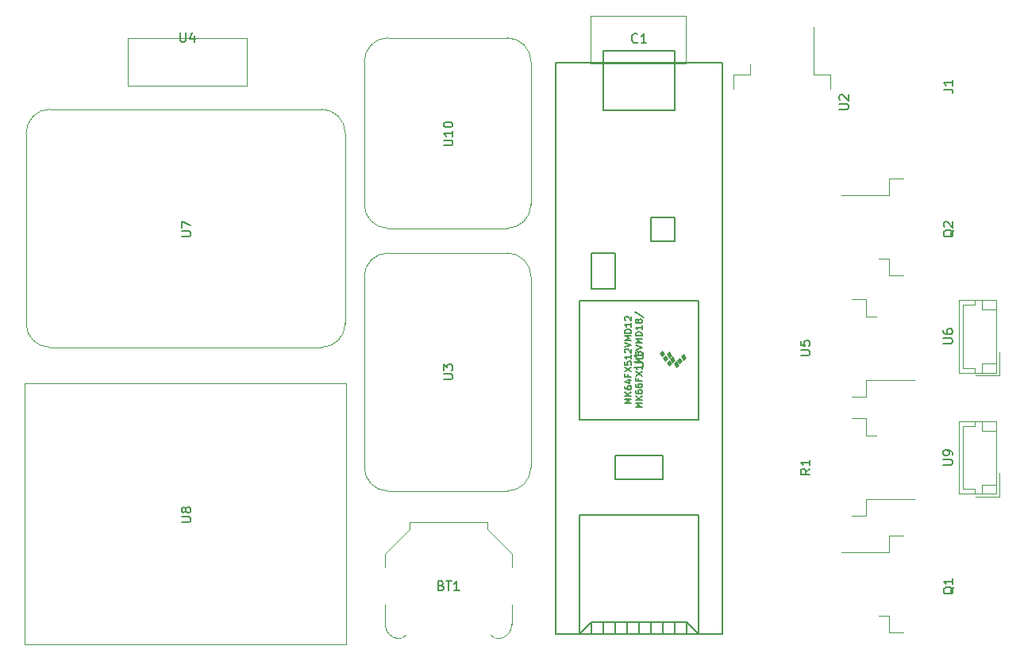
<source format=gbr>
%TF.GenerationSoftware,KiCad,Pcbnew,(6.0.5)*%
%TF.CreationDate,2023-01-08T16:18:02-05:00*%
%TF.ProjectId,GHOUL2,47484f55-4c32-42e6-9b69-6361645f7063,rev?*%
%TF.SameCoordinates,Original*%
%TF.FileFunction,Legend,Top*%
%TF.FilePolarity,Positive*%
%FSLAX46Y46*%
G04 Gerber Fmt 4.6, Leading zero omitted, Abs format (unit mm)*
G04 Created by KiCad (PCBNEW (6.0.5)) date 2023-01-08 16:18:02*
%MOMM*%
%LPD*%
G01*
G04 APERTURE LIST*
%ADD10C,0.150000*%
%ADD11C,0.120000*%
%ADD12C,0.100000*%
G04 APERTURE END LIST*
D10*
%TO.C,U10*%
X139152380Y-82518095D02*
X139961904Y-82518095D01*
X140057142Y-82470476D01*
X140104761Y-82422857D01*
X140152380Y-82327619D01*
X140152380Y-82137142D01*
X140104761Y-82041904D01*
X140057142Y-81994285D01*
X139961904Y-81946666D01*
X139152380Y-81946666D01*
X140152380Y-80946666D02*
X140152380Y-81518095D01*
X140152380Y-81232380D02*
X139152380Y-81232380D01*
X139295238Y-81327619D01*
X139390476Y-81422857D01*
X139438095Y-81518095D01*
X139152380Y-80327619D02*
X139152380Y-80232380D01*
X139200000Y-80137142D01*
X139247619Y-80089523D01*
X139342857Y-80041904D01*
X139533333Y-79994285D01*
X139771428Y-79994285D01*
X139961904Y-80041904D01*
X140057142Y-80089523D01*
X140104761Y-80137142D01*
X140152380Y-80232380D01*
X140152380Y-80327619D01*
X140104761Y-80422857D01*
X140057142Y-80470476D01*
X139961904Y-80518095D01*
X139771428Y-80565714D01*
X139533333Y-80565714D01*
X139342857Y-80518095D01*
X139247619Y-80470476D01*
X139200000Y-80422857D01*
X139152380Y-80327619D01*
%TO.C,U1*%
X159472380Y-106171904D02*
X160281904Y-106171904D01*
X160377142Y-106124285D01*
X160424761Y-106076666D01*
X160472380Y-105981428D01*
X160472380Y-105790952D01*
X160424761Y-105695714D01*
X160377142Y-105648095D01*
X160281904Y-105600476D01*
X159472380Y-105600476D01*
X160472380Y-104600476D02*
X160472380Y-105171904D01*
X160472380Y-104886190D02*
X159472380Y-104886190D01*
X159615238Y-104981428D01*
X159710476Y-105076666D01*
X159758095Y-105171904D01*
X159193666Y-110010000D02*
X158493666Y-110010000D01*
X158993666Y-109776666D01*
X158493666Y-109543333D01*
X159193666Y-109543333D01*
X159193666Y-109210000D02*
X158493666Y-109210000D01*
X159193666Y-108810000D02*
X158793666Y-109110000D01*
X158493666Y-108810000D02*
X158893666Y-109210000D01*
X158493666Y-108210000D02*
X158493666Y-108343333D01*
X158527000Y-108410000D01*
X158560333Y-108443333D01*
X158660333Y-108510000D01*
X158793666Y-108543333D01*
X159060333Y-108543333D01*
X159127000Y-108510000D01*
X159160333Y-108476666D01*
X159193666Y-108410000D01*
X159193666Y-108276666D01*
X159160333Y-108210000D01*
X159127000Y-108176666D01*
X159060333Y-108143333D01*
X158893666Y-108143333D01*
X158827000Y-108176666D01*
X158793666Y-108210000D01*
X158760333Y-108276666D01*
X158760333Y-108410000D01*
X158793666Y-108476666D01*
X158827000Y-108510000D01*
X158893666Y-108543333D01*
X158727000Y-107543333D02*
X159193666Y-107543333D01*
X158460333Y-107710000D02*
X158960333Y-107876666D01*
X158960333Y-107443333D01*
X158827000Y-106943333D02*
X158827000Y-107176666D01*
X159193666Y-107176666D02*
X158493666Y-107176666D01*
X158493666Y-106843333D01*
X158493666Y-106643333D02*
X159193666Y-106176666D01*
X158493666Y-106176666D02*
X159193666Y-106643333D01*
X158493666Y-105576666D02*
X158493666Y-105910000D01*
X158827000Y-105943333D01*
X158793666Y-105910000D01*
X158760333Y-105843333D01*
X158760333Y-105676666D01*
X158793666Y-105610000D01*
X158827000Y-105576666D01*
X158893666Y-105543333D01*
X159060333Y-105543333D01*
X159127000Y-105576666D01*
X159160333Y-105610000D01*
X159193666Y-105676666D01*
X159193666Y-105843333D01*
X159160333Y-105910000D01*
X159127000Y-105943333D01*
X159193666Y-104876666D02*
X159193666Y-105276666D01*
X159193666Y-105076666D02*
X158493666Y-105076666D01*
X158593666Y-105143333D01*
X158660333Y-105210000D01*
X158693666Y-105276666D01*
X158560333Y-104610000D02*
X158527000Y-104576666D01*
X158493666Y-104510000D01*
X158493666Y-104343333D01*
X158527000Y-104276666D01*
X158560333Y-104243333D01*
X158627000Y-104210000D01*
X158693666Y-104210000D01*
X158793666Y-104243333D01*
X159193666Y-104643333D01*
X159193666Y-104210000D01*
X158493666Y-104010000D02*
X159193666Y-103776666D01*
X158493666Y-103543333D01*
X159193666Y-103310000D02*
X158493666Y-103310000D01*
X158993666Y-103076666D01*
X158493666Y-102843333D01*
X159193666Y-102843333D01*
X159193666Y-102510000D02*
X158493666Y-102510000D01*
X158493666Y-102343333D01*
X158527000Y-102243333D01*
X158593666Y-102176666D01*
X158660333Y-102143333D01*
X158793666Y-102110000D01*
X158893666Y-102110000D01*
X159027000Y-102143333D01*
X159093666Y-102176666D01*
X159160333Y-102243333D01*
X159193666Y-102343333D01*
X159193666Y-102510000D01*
X159193666Y-101443333D02*
X159193666Y-101843333D01*
X159193666Y-101643333D02*
X158493666Y-101643333D01*
X158593666Y-101710000D01*
X158660333Y-101776666D01*
X158693666Y-101843333D01*
X158560333Y-101176666D02*
X158527000Y-101143333D01*
X158493666Y-101076666D01*
X158493666Y-100910000D01*
X158527000Y-100843333D01*
X158560333Y-100810000D01*
X158627000Y-100776666D01*
X158693666Y-100776666D01*
X158793666Y-100810000D01*
X159193666Y-101210000D01*
X159193666Y-100776666D01*
X160336666Y-110460000D02*
X159636666Y-110460000D01*
X160136666Y-110226666D01*
X159636666Y-109993333D01*
X160336666Y-109993333D01*
X160336666Y-109660000D02*
X159636666Y-109660000D01*
X160336666Y-109260000D02*
X159936666Y-109560000D01*
X159636666Y-109260000D02*
X160036666Y-109660000D01*
X159636666Y-108660000D02*
X159636666Y-108793333D01*
X159670000Y-108860000D01*
X159703333Y-108893333D01*
X159803333Y-108960000D01*
X159936666Y-108993333D01*
X160203333Y-108993333D01*
X160270000Y-108960000D01*
X160303333Y-108926666D01*
X160336666Y-108860000D01*
X160336666Y-108726666D01*
X160303333Y-108660000D01*
X160270000Y-108626666D01*
X160203333Y-108593333D01*
X160036666Y-108593333D01*
X159970000Y-108626666D01*
X159936666Y-108660000D01*
X159903333Y-108726666D01*
X159903333Y-108860000D01*
X159936666Y-108926666D01*
X159970000Y-108960000D01*
X160036666Y-108993333D01*
X159636666Y-107993333D02*
X159636666Y-108126666D01*
X159670000Y-108193333D01*
X159703333Y-108226666D01*
X159803333Y-108293333D01*
X159936666Y-108326666D01*
X160203333Y-108326666D01*
X160270000Y-108293333D01*
X160303333Y-108260000D01*
X160336666Y-108193333D01*
X160336666Y-108060000D01*
X160303333Y-107993333D01*
X160270000Y-107960000D01*
X160203333Y-107926666D01*
X160036666Y-107926666D01*
X159970000Y-107960000D01*
X159936666Y-107993333D01*
X159903333Y-108060000D01*
X159903333Y-108193333D01*
X159936666Y-108260000D01*
X159970000Y-108293333D01*
X160036666Y-108326666D01*
X159970000Y-107393333D02*
X159970000Y-107626666D01*
X160336666Y-107626666D02*
X159636666Y-107626666D01*
X159636666Y-107293333D01*
X159636666Y-107093333D02*
X160336666Y-106626666D01*
X159636666Y-106626666D02*
X160336666Y-107093333D01*
X160336666Y-105993333D02*
X160336666Y-106393333D01*
X160336666Y-106193333D02*
X159636666Y-106193333D01*
X159736666Y-106260000D01*
X159803333Y-106326666D01*
X159836666Y-106393333D01*
X160336666Y-105693333D02*
X159636666Y-105693333D01*
X160136666Y-105460000D01*
X159636666Y-105226666D01*
X160336666Y-105226666D01*
X159970000Y-104660000D02*
X160003333Y-104560000D01*
X160036666Y-104526666D01*
X160103333Y-104493333D01*
X160203333Y-104493333D01*
X160270000Y-104526666D01*
X160303333Y-104560000D01*
X160336666Y-104626666D01*
X160336666Y-104893333D01*
X159636666Y-104893333D01*
X159636666Y-104660000D01*
X159670000Y-104593333D01*
X159703333Y-104560000D01*
X159770000Y-104526666D01*
X159836666Y-104526666D01*
X159903333Y-104560000D01*
X159936666Y-104593333D01*
X159970000Y-104660000D01*
X159970000Y-104893333D01*
X159636666Y-104293333D02*
X160336666Y-104060000D01*
X159636666Y-103826666D01*
X160336666Y-103593333D02*
X159636666Y-103593333D01*
X160136666Y-103360000D01*
X159636666Y-103126666D01*
X160336666Y-103126666D01*
X160336666Y-102793333D02*
X159636666Y-102793333D01*
X159636666Y-102626666D01*
X159670000Y-102526666D01*
X159736666Y-102460000D01*
X159803333Y-102426666D01*
X159936666Y-102393333D01*
X160036666Y-102393333D01*
X160170000Y-102426666D01*
X160236666Y-102460000D01*
X160303333Y-102526666D01*
X160336666Y-102626666D01*
X160336666Y-102793333D01*
X160336666Y-101726666D02*
X160336666Y-102126666D01*
X160336666Y-101926666D02*
X159636666Y-101926666D01*
X159736666Y-101993333D01*
X159803333Y-102060000D01*
X159836666Y-102126666D01*
X159936666Y-101326666D02*
X159903333Y-101393333D01*
X159870000Y-101426666D01*
X159803333Y-101460000D01*
X159770000Y-101460000D01*
X159703333Y-101426666D01*
X159670000Y-101393333D01*
X159636666Y-101326666D01*
X159636666Y-101193333D01*
X159670000Y-101126666D01*
X159703333Y-101093333D01*
X159770000Y-101060000D01*
X159803333Y-101060000D01*
X159870000Y-101093333D01*
X159903333Y-101126666D01*
X159936666Y-101193333D01*
X159936666Y-101326666D01*
X159970000Y-101393333D01*
X160003333Y-101426666D01*
X160070000Y-101460000D01*
X160203333Y-101460000D01*
X160270000Y-101426666D01*
X160303333Y-101393333D01*
X160336666Y-101326666D01*
X160336666Y-101193333D01*
X160303333Y-101126666D01*
X160270000Y-101093333D01*
X160203333Y-101060000D01*
X160070000Y-101060000D01*
X160003333Y-101093333D01*
X159970000Y-101126666D01*
X159936666Y-101193333D01*
X159603333Y-100260000D02*
X160503333Y-100860000D01*
%TO.C,Q1*%
X193587619Y-129635238D02*
X193540000Y-129730476D01*
X193444761Y-129825714D01*
X193301904Y-129968571D01*
X193254285Y-130063809D01*
X193254285Y-130159047D01*
X193492380Y-130111428D02*
X193444761Y-130206666D01*
X193349523Y-130301904D01*
X193159047Y-130349523D01*
X192825714Y-130349523D01*
X192635238Y-130301904D01*
X192540000Y-130206666D01*
X192492380Y-130111428D01*
X192492380Y-129920952D01*
X192540000Y-129825714D01*
X192635238Y-129730476D01*
X192825714Y-129682857D01*
X193159047Y-129682857D01*
X193349523Y-129730476D01*
X193444761Y-129825714D01*
X193492380Y-129920952D01*
X193492380Y-130111428D01*
X193492380Y-128730476D02*
X193492380Y-129301904D01*
X193492380Y-129016190D02*
X192492380Y-129016190D01*
X192635238Y-129111428D01*
X192730476Y-129206666D01*
X192778095Y-129301904D01*
%TO.C,U3*%
X139152380Y-107441904D02*
X139961904Y-107441904D01*
X140057142Y-107394285D01*
X140104761Y-107346666D01*
X140152380Y-107251428D01*
X140152380Y-107060952D01*
X140104761Y-106965714D01*
X140057142Y-106918095D01*
X139961904Y-106870476D01*
X139152380Y-106870476D01*
X139152380Y-106489523D02*
X139152380Y-105870476D01*
X139533333Y-106203809D01*
X139533333Y-106060952D01*
X139580952Y-105965714D01*
X139628571Y-105918095D01*
X139723809Y-105870476D01*
X139961904Y-105870476D01*
X140057142Y-105918095D01*
X140104761Y-105965714D01*
X140152380Y-106060952D01*
X140152380Y-106346666D01*
X140104761Y-106441904D01*
X140057142Y-106489523D01*
%TO.C,C1*%
X159853333Y-71477142D02*
X159805714Y-71524761D01*
X159662857Y-71572380D01*
X159567619Y-71572380D01*
X159424761Y-71524761D01*
X159329523Y-71429523D01*
X159281904Y-71334285D01*
X159234285Y-71143809D01*
X159234285Y-71000952D01*
X159281904Y-70810476D01*
X159329523Y-70715238D01*
X159424761Y-70620000D01*
X159567619Y-70572380D01*
X159662857Y-70572380D01*
X159805714Y-70620000D01*
X159853333Y-70667619D01*
X160805714Y-71572380D02*
X160234285Y-71572380D01*
X160520000Y-71572380D02*
X160520000Y-70572380D01*
X160424761Y-70715238D01*
X160329523Y-70810476D01*
X160234285Y-70858095D01*
%TO.C,U2*%
X181362380Y-78666904D02*
X182171904Y-78666904D01*
X182267142Y-78619285D01*
X182314761Y-78571666D01*
X182362380Y-78476428D01*
X182362380Y-78285952D01*
X182314761Y-78190714D01*
X182267142Y-78143095D01*
X182171904Y-78095476D01*
X181362380Y-78095476D01*
X181457619Y-77666904D02*
X181410000Y-77619285D01*
X181362380Y-77524047D01*
X181362380Y-77285952D01*
X181410000Y-77190714D01*
X181457619Y-77143095D01*
X181552857Y-77095476D01*
X181648095Y-77095476D01*
X181790952Y-77143095D01*
X182362380Y-77714523D01*
X182362380Y-77095476D01*
%TO.C,U4*%
X111093095Y-70477380D02*
X111093095Y-71286904D01*
X111140714Y-71382142D01*
X111188333Y-71429761D01*
X111283571Y-71477380D01*
X111474047Y-71477380D01*
X111569285Y-71429761D01*
X111616904Y-71382142D01*
X111664523Y-71286904D01*
X111664523Y-70477380D01*
X112569285Y-70810714D02*
X112569285Y-71477380D01*
X112331190Y-70429761D02*
X112093095Y-71144047D01*
X112712142Y-71144047D01*
%TO.C,U6*%
X192462380Y-103651904D02*
X193271904Y-103651904D01*
X193367142Y-103604285D01*
X193414761Y-103556666D01*
X193462380Y-103461428D01*
X193462380Y-103270952D01*
X193414761Y-103175714D01*
X193367142Y-103128095D01*
X193271904Y-103080476D01*
X192462380Y-103080476D01*
X192462380Y-102175714D02*
X192462380Y-102366190D01*
X192510000Y-102461428D01*
X192557619Y-102509047D01*
X192700476Y-102604285D01*
X192890952Y-102651904D01*
X193271904Y-102651904D01*
X193367142Y-102604285D01*
X193414761Y-102556666D01*
X193462380Y-102461428D01*
X193462380Y-102270952D01*
X193414761Y-102175714D01*
X193367142Y-102128095D01*
X193271904Y-102080476D01*
X193033809Y-102080476D01*
X192938571Y-102128095D01*
X192890952Y-102175714D01*
X192843333Y-102270952D01*
X192843333Y-102461428D01*
X192890952Y-102556666D01*
X192938571Y-102604285D01*
X193033809Y-102651904D01*
%TO.C,BT1*%
X138914285Y-129468571D02*
X139057142Y-129516190D01*
X139104761Y-129563809D01*
X139152380Y-129659047D01*
X139152380Y-129801904D01*
X139104761Y-129897142D01*
X139057142Y-129944761D01*
X138961904Y-129992380D01*
X138580952Y-129992380D01*
X138580952Y-128992380D01*
X138914285Y-128992380D01*
X139009523Y-129040000D01*
X139057142Y-129087619D01*
X139104761Y-129182857D01*
X139104761Y-129278095D01*
X139057142Y-129373333D01*
X139009523Y-129420952D01*
X138914285Y-129468571D01*
X138580952Y-129468571D01*
X139438095Y-128992380D02*
X140009523Y-128992380D01*
X139723809Y-129992380D02*
X139723809Y-128992380D01*
X140866666Y-129992380D02*
X140295238Y-129992380D01*
X140580952Y-129992380D02*
X140580952Y-128992380D01*
X140485714Y-129135238D01*
X140390476Y-129230476D01*
X140295238Y-129278095D01*
%TO.C,U8*%
X111212380Y-122681904D02*
X112021904Y-122681904D01*
X112117142Y-122634285D01*
X112164761Y-122586666D01*
X112212380Y-122491428D01*
X112212380Y-122300952D01*
X112164761Y-122205714D01*
X112117142Y-122158095D01*
X112021904Y-122110476D01*
X111212380Y-122110476D01*
X111640952Y-121491428D02*
X111593333Y-121586666D01*
X111545714Y-121634285D01*
X111450476Y-121681904D01*
X111402857Y-121681904D01*
X111307619Y-121634285D01*
X111260000Y-121586666D01*
X111212380Y-121491428D01*
X111212380Y-121300952D01*
X111260000Y-121205714D01*
X111307619Y-121158095D01*
X111402857Y-121110476D01*
X111450476Y-121110476D01*
X111545714Y-121158095D01*
X111593333Y-121205714D01*
X111640952Y-121300952D01*
X111640952Y-121491428D01*
X111688571Y-121586666D01*
X111736190Y-121634285D01*
X111831428Y-121681904D01*
X112021904Y-121681904D01*
X112117142Y-121634285D01*
X112164761Y-121586666D01*
X112212380Y-121491428D01*
X112212380Y-121300952D01*
X112164761Y-121205714D01*
X112117142Y-121158095D01*
X112021904Y-121110476D01*
X111831428Y-121110476D01*
X111736190Y-121158095D01*
X111688571Y-121205714D01*
X111640952Y-121300952D01*
%TO.C,U7*%
X111212380Y-92201904D02*
X112021904Y-92201904D01*
X112117142Y-92154285D01*
X112164761Y-92106666D01*
X112212380Y-92011428D01*
X112212380Y-91820952D01*
X112164761Y-91725714D01*
X112117142Y-91678095D01*
X112021904Y-91630476D01*
X111212380Y-91630476D01*
X111212380Y-91249523D02*
X111212380Y-90582857D01*
X112212380Y-91011428D01*
%TO.C,R1*%
X178252380Y-117006666D02*
X177776190Y-117340000D01*
X178252380Y-117578095D02*
X177252380Y-117578095D01*
X177252380Y-117197142D01*
X177300000Y-117101904D01*
X177347619Y-117054285D01*
X177442857Y-117006666D01*
X177585714Y-117006666D01*
X177680952Y-117054285D01*
X177728571Y-117101904D01*
X177776190Y-117197142D01*
X177776190Y-117578095D01*
X178252380Y-116054285D02*
X178252380Y-116625714D01*
X178252380Y-116340000D02*
X177252380Y-116340000D01*
X177395238Y-116435238D01*
X177490476Y-116530476D01*
X177538095Y-116625714D01*
%TO.C,Q2*%
X193587619Y-91535238D02*
X193540000Y-91630476D01*
X193444761Y-91725714D01*
X193301904Y-91868571D01*
X193254285Y-91963809D01*
X193254285Y-92059047D01*
X193492380Y-92011428D02*
X193444761Y-92106666D01*
X193349523Y-92201904D01*
X193159047Y-92249523D01*
X192825714Y-92249523D01*
X192635238Y-92201904D01*
X192540000Y-92106666D01*
X192492380Y-92011428D01*
X192492380Y-91820952D01*
X192540000Y-91725714D01*
X192635238Y-91630476D01*
X192825714Y-91582857D01*
X193159047Y-91582857D01*
X193349523Y-91630476D01*
X193444761Y-91725714D01*
X193492380Y-91820952D01*
X193492380Y-92011428D01*
X192587619Y-91201904D02*
X192540000Y-91154285D01*
X192492380Y-91059047D01*
X192492380Y-90820952D01*
X192540000Y-90725714D01*
X192587619Y-90678095D01*
X192682857Y-90630476D01*
X192778095Y-90630476D01*
X192920952Y-90678095D01*
X193492380Y-91249523D01*
X193492380Y-90630476D01*
%TO.C,U5*%
X177252380Y-104901904D02*
X178061904Y-104901904D01*
X178157142Y-104854285D01*
X178204761Y-104806666D01*
X178252380Y-104711428D01*
X178252380Y-104520952D01*
X178204761Y-104425714D01*
X178157142Y-104378095D01*
X178061904Y-104330476D01*
X177252380Y-104330476D01*
X177252380Y-103378095D02*
X177252380Y-103854285D01*
X177728571Y-103901904D01*
X177680952Y-103854285D01*
X177633333Y-103759047D01*
X177633333Y-103520952D01*
X177680952Y-103425714D01*
X177728571Y-103378095D01*
X177823809Y-103330476D01*
X178061904Y-103330476D01*
X178157142Y-103378095D01*
X178204761Y-103425714D01*
X178252380Y-103520952D01*
X178252380Y-103759047D01*
X178204761Y-103854285D01*
X178157142Y-103901904D01*
%TO.C,U9*%
X192462380Y-116586904D02*
X193271904Y-116586904D01*
X193367142Y-116539285D01*
X193414761Y-116491666D01*
X193462380Y-116396428D01*
X193462380Y-116205952D01*
X193414761Y-116110714D01*
X193367142Y-116063095D01*
X193271904Y-116015476D01*
X192462380Y-116015476D01*
X193462380Y-115491666D02*
X193462380Y-115301190D01*
X193414761Y-115205952D01*
X193367142Y-115158333D01*
X193224285Y-115063095D01*
X193033809Y-115015476D01*
X192652857Y-115015476D01*
X192557619Y-115063095D01*
X192510000Y-115110714D01*
X192462380Y-115205952D01*
X192462380Y-115396428D01*
X192510000Y-115491666D01*
X192557619Y-115539285D01*
X192652857Y-115586904D01*
X192890952Y-115586904D01*
X192986190Y-115539285D01*
X193033809Y-115491666D01*
X193081428Y-115396428D01*
X193081428Y-115205952D01*
X193033809Y-115110714D01*
X192986190Y-115063095D01*
X192890952Y-115015476D01*
%TO.C,J1*%
X192492380Y-76533333D02*
X193206666Y-76533333D01*
X193349523Y-76580952D01*
X193444761Y-76676190D01*
X193492380Y-76819047D01*
X193492380Y-76914285D01*
X193492380Y-75533333D02*
X193492380Y-76104761D01*
X193492380Y-75819047D02*
X192492380Y-75819047D01*
X192635238Y-75914285D01*
X192730476Y-76009523D01*
X192778095Y-76104761D01*
D11*
%TO.C,U10*%
X133255000Y-71025000D02*
X145955000Y-71025000D01*
X130715000Y-88805000D02*
X130715000Y-73565000D01*
X148495000Y-73565000D02*
X148495000Y-88805000D01*
X145955000Y-91345000D02*
X133255000Y-91345000D01*
X133255000Y-71025000D02*
G75*
G03*
X130715000Y-73565000I0J-2540000D01*
G01*
X148495000Y-73565000D02*
G75*
G03*
X145955000Y-71025000I-2540000J0D01*
G01*
X130715000Y-88805000D02*
G75*
G03*
X133255000Y-91345000I2540000J0D01*
G01*
X145955000Y-91345000D02*
G75*
G03*
X148495000Y-88805000I0J2540000D01*
G01*
D10*
%TO.C,U1*%
X157480000Y-118110000D02*
X157480000Y-115570000D01*
X162560000Y-115570000D02*
X162560000Y-118110000D01*
X154940000Y-133350000D02*
X165100000Y-133350000D01*
X154940000Y-97790000D02*
X154940000Y-93980000D01*
X156210000Y-78740000D02*
X156210000Y-73660000D01*
X168910000Y-134620000D02*
X168910000Y-73660000D01*
X163830000Y-78740000D02*
X163830000Y-73660000D01*
X156210000Y-78740000D02*
X163830000Y-78740000D01*
X156210000Y-73660000D02*
X156210000Y-72390000D01*
X153670000Y-99060000D02*
X153670000Y-111760000D01*
X165100000Y-133350000D02*
X166370000Y-134620000D01*
X166370000Y-99060000D02*
X153670000Y-99060000D01*
X151130000Y-73660000D02*
X168910000Y-73660000D01*
X166370000Y-134620000D02*
X166370000Y-121920000D01*
X156210000Y-72390000D02*
X163830000Y-72390000D01*
X163830000Y-92710000D02*
X163830000Y-90170000D01*
X161290000Y-90170000D02*
X161290000Y-92710000D01*
X153670000Y-111760000D02*
X166370000Y-111760000D01*
X157480000Y-97790000D02*
X154940000Y-97790000D01*
X157480000Y-133350000D02*
X157480000Y-134620000D01*
X160020000Y-133350000D02*
X160020000Y-134620000D01*
X161290000Y-92710000D02*
X163830000Y-92710000D01*
X156210000Y-133350000D02*
X156210000Y-134620000D01*
X154940000Y-133350000D02*
X154940000Y-134620000D01*
X154940000Y-93980000D02*
X157480000Y-93980000D01*
X162560000Y-133350000D02*
X162560000Y-134620000D01*
X168910000Y-134620000D02*
X151130000Y-134620000D01*
X166370000Y-99060000D02*
X166370000Y-111760000D01*
X151130000Y-73660000D02*
X151130000Y-134620000D01*
X157480000Y-115570000D02*
X162560000Y-115570000D01*
X162560000Y-118110000D02*
X157480000Y-118110000D01*
X163830000Y-90170000D02*
X161290000Y-90170000D01*
X157480000Y-93980000D02*
X157480000Y-97790000D01*
X161290000Y-133350000D02*
X161290000Y-134620000D01*
X153670000Y-134620000D02*
X154940000Y-133350000D01*
X163830000Y-133350000D02*
X163830000Y-134620000D01*
X166370000Y-121920000D02*
X153670000Y-121920000D01*
X163830000Y-72390000D02*
X163830000Y-73660000D01*
X158750000Y-133350000D02*
X158750000Y-134620000D01*
X165100000Y-133350000D02*
X165100000Y-134620000D01*
X153670000Y-121920000D02*
X153670000Y-134620000D01*
G36*
X162687000Y-104775000D02*
G01*
X162433000Y-105029000D01*
X162179000Y-104648000D01*
X162433000Y-104394000D01*
X162687000Y-104775000D01*
G37*
D12*
X162687000Y-104775000D02*
X162433000Y-105029000D01*
X162179000Y-104648000D01*
X162433000Y-104394000D01*
X162687000Y-104775000D01*
G36*
X163068000Y-105283000D02*
G01*
X162814000Y-105537000D01*
X162560000Y-105156000D01*
X162814000Y-104902000D01*
X163068000Y-105283000D01*
G37*
X163068000Y-105283000D02*
X162814000Y-105537000D01*
X162560000Y-105156000D01*
X162814000Y-104902000D01*
X163068000Y-105283000D01*
G36*
X164211000Y-105918000D02*
G01*
X163957000Y-106172000D01*
X163703000Y-105791000D01*
X163957000Y-105537000D01*
X164211000Y-105918000D01*
G37*
X164211000Y-105918000D02*
X163957000Y-106172000D01*
X163703000Y-105791000D01*
X163957000Y-105537000D01*
X164211000Y-105918000D01*
G36*
X164973000Y-105156000D02*
G01*
X164719000Y-105410000D01*
X164465000Y-105029000D01*
X164719000Y-104775000D01*
X164973000Y-105156000D01*
G37*
X164973000Y-105156000D02*
X164719000Y-105410000D01*
X164465000Y-105029000D01*
X164719000Y-104775000D01*
X164973000Y-105156000D01*
G36*
X164592000Y-105537000D02*
G01*
X164338000Y-105791000D01*
X164084000Y-105410000D01*
X164338000Y-105156000D01*
X164592000Y-105537000D01*
G37*
X164592000Y-105537000D02*
X164338000Y-105791000D01*
X164084000Y-105410000D01*
X164338000Y-105156000D01*
X164592000Y-105537000D01*
G36*
X163449000Y-104902000D02*
G01*
X163195000Y-105156000D01*
X162941000Y-104775000D01*
X163195000Y-104521000D01*
X163449000Y-104902000D01*
G37*
X163449000Y-104902000D02*
X163195000Y-105156000D01*
X162941000Y-104775000D01*
X163195000Y-104521000D01*
X163449000Y-104902000D01*
G36*
X163449000Y-105791000D02*
G01*
X163195000Y-106045000D01*
X162941000Y-105664000D01*
X163195000Y-105410000D01*
X163449000Y-105791000D01*
G37*
X163449000Y-105791000D02*
X163195000Y-106045000D01*
X162941000Y-105664000D01*
X163195000Y-105410000D01*
X163449000Y-105791000D01*
G36*
X163830000Y-105410000D02*
G01*
X163576000Y-105664000D01*
X163322000Y-105283000D01*
X163576000Y-105029000D01*
X163830000Y-105410000D01*
G37*
X163830000Y-105410000D02*
X163576000Y-105664000D01*
X163322000Y-105283000D01*
X163576000Y-105029000D01*
X163830000Y-105410000D01*
D11*
%TO.C,Q1*%
X186710000Y-132695000D02*
X185610000Y-132695000D01*
X186710000Y-124105000D02*
X186710000Y-125915000D01*
X186710000Y-125915000D02*
X181585000Y-125915000D01*
X186710000Y-134505000D02*
X186710000Y-132695000D01*
X188210000Y-124105000D02*
X186710000Y-124105000D01*
X188210000Y-134505000D02*
X186710000Y-134505000D01*
%TO.C,U3*%
X130715000Y-116840000D02*
G75*
G03*
X133255000Y-119380000I2540001J1D01*
G01*
X133255000Y-93980000D02*
G75*
G03*
X130715000Y-96520000I0J-2540000D01*
G01*
X145955000Y-119380000D02*
G75*
G03*
X148495000Y-116840000I-1J2540001D01*
G01*
X148495000Y-96520000D02*
G75*
G03*
X145955000Y-93980000I-2540000J0D01*
G01*
X148495000Y-96520000D02*
X148495000Y-116840000D01*
X145955000Y-119380000D02*
X133255000Y-119380000D01*
X130715000Y-116840000D02*
X130715000Y-96520000D01*
X133255000Y-93980000D02*
X145955000Y-93980000D01*
%TO.C,C1*%
X165005000Y-68675000D02*
X154845000Y-68675000D01*
X154845000Y-68675000D02*
X154845000Y-73755000D01*
X154845000Y-73755000D02*
X165005000Y-73755000D01*
X165005000Y-73755000D02*
X165005000Y-68675000D01*
%TO.C,U2*%
X178650000Y-74955000D02*
X178650000Y-69830000D01*
X180460000Y-76455000D02*
X180460000Y-74955000D01*
X170060000Y-76455000D02*
X170060000Y-74955000D01*
X170060000Y-74955000D02*
X171870000Y-74955000D01*
X180460000Y-74955000D02*
X178650000Y-74955000D01*
X171870000Y-74955000D02*
X171870000Y-73855000D01*
%TO.C,U4*%
X105505000Y-76105000D02*
X118205000Y-76105000D01*
X118205000Y-76105000D02*
X118205000Y-71025000D01*
X118205000Y-71025000D02*
X105505000Y-71025000D01*
X105505000Y-71025000D02*
X105505000Y-76105000D01*
%TO.C,U6*%
X194100000Y-99030000D02*
X194100000Y-106750000D01*
X195810000Y-106750000D02*
X195810000Y-106250000D01*
X198120000Y-99030000D02*
X194100000Y-99030000D01*
X195810000Y-99530000D02*
X195810000Y-99030000D01*
X196620000Y-105750000D02*
X198120000Y-105750000D01*
X194600000Y-99530000D02*
X195810000Y-99530000D01*
X195810000Y-106250000D02*
X194600000Y-106250000D01*
X198420000Y-107050000D02*
X198420000Y-104550000D01*
X195920000Y-107050000D02*
X198420000Y-107050000D01*
X194100000Y-106750000D02*
X198120000Y-106750000D01*
X196620000Y-100030000D02*
X198120000Y-100030000D01*
X196620000Y-106750000D02*
X196620000Y-105750000D01*
X198120000Y-106750000D02*
X198120000Y-99030000D01*
X194600000Y-106250000D02*
X194600000Y-99530000D01*
X196620000Y-99030000D02*
X196620000Y-100030000D01*
%TO.C,BT1*%
X143850000Y-123490000D02*
X146450000Y-126090000D01*
X143850000Y-122690000D02*
X143850000Y-123490000D01*
X132950000Y-126090000D02*
X135550000Y-123490000D01*
X146450000Y-126090000D02*
X146450000Y-127540000D01*
X135550000Y-122690000D02*
X143850000Y-122690000D01*
X135550000Y-123490000D02*
X135550000Y-122690000D01*
X132950000Y-127540000D02*
X132950000Y-126090000D01*
X132950000Y-131540000D02*
X132950000Y-133640000D01*
X146450000Y-131540000D02*
X146450000Y-133640000D01*
X132950000Y-133590000D02*
G75*
G03*
X134400000Y-135140000I1499999J-50001D01*
G01*
X144200000Y-134740000D02*
G75*
G03*
X145114615Y-135124160I790000J600000D01*
G01*
X134285385Y-135124160D02*
G75*
G03*
X135200000Y-134740000I124615J984161D01*
G01*
X145000000Y-135140000D02*
G75*
G03*
X146450000Y-133590000I-50000J1500000D01*
G01*
%TO.C,U8*%
X128810000Y-135775000D02*
X94520000Y-135775000D01*
X94520000Y-135775000D02*
X94520000Y-107875000D01*
X94520000Y-107875000D02*
X128810000Y-107875000D01*
X128810000Y-107875000D02*
X128810000Y-135775000D01*
%TO.C,U7*%
X94647000Y-101505000D02*
G75*
G03*
X97187000Y-104045000I2540000J0D01*
G01*
X128683000Y-81185000D02*
G75*
G03*
X126143000Y-78645000I-2540000J0D01*
G01*
X97187000Y-78645000D02*
G75*
G03*
X94647000Y-81185000I0J-2540000D01*
G01*
X126143000Y-104045000D02*
G75*
G03*
X128683000Y-101505000I0J2540000D01*
G01*
X126143000Y-78645000D02*
X97187000Y-78645000D01*
X128683000Y-101505000D02*
X128683000Y-81185000D01*
X126143000Y-104045000D02*
X97187000Y-104045000D01*
X94647000Y-81185000D02*
X94647000Y-101505000D01*
%TO.C,R1*%
X182740000Y-111640000D02*
X184240000Y-111640000D01*
X184240000Y-120230000D02*
X189365000Y-120230000D01*
X184240000Y-111640000D02*
X184240000Y-113450000D01*
X184240000Y-122040000D02*
X184240000Y-120230000D01*
X184240000Y-113450000D02*
X185340000Y-113450000D01*
X182740000Y-122040000D02*
X184240000Y-122040000D01*
%TO.C,Q2*%
X186715000Y-94595000D02*
X185615000Y-94595000D01*
X186715000Y-96405000D02*
X186715000Y-94595000D01*
X186715000Y-86005000D02*
X186715000Y-87815000D01*
X188215000Y-96405000D02*
X186715000Y-96405000D01*
X186715000Y-87815000D02*
X181590000Y-87815000D01*
X188215000Y-86005000D02*
X186715000Y-86005000D01*
%TO.C,U5*%
X184240000Y-107530000D02*
X189365000Y-107530000D01*
X182740000Y-109340000D02*
X184240000Y-109340000D01*
X184240000Y-98940000D02*
X184240000Y-100750000D01*
X184240000Y-109340000D02*
X184240000Y-107530000D01*
X184240000Y-100750000D02*
X185340000Y-100750000D01*
X182740000Y-98940000D02*
X184240000Y-98940000D01*
%TO.C,U9*%
X198420000Y-119985000D02*
X198420000Y-117485000D01*
X194100000Y-111965000D02*
X194100000Y-119685000D01*
X194600000Y-119185000D02*
X194600000Y-112465000D01*
X194600000Y-112465000D02*
X195810000Y-112465000D01*
X196620000Y-112965000D02*
X198120000Y-112965000D01*
X195810000Y-112465000D02*
X195810000Y-111965000D01*
X195810000Y-119685000D02*
X195810000Y-119185000D01*
X196620000Y-119685000D02*
X196620000Y-118685000D01*
X194100000Y-119685000D02*
X198120000Y-119685000D01*
X198120000Y-111965000D02*
X194100000Y-111965000D01*
X195810000Y-119185000D02*
X194600000Y-119185000D01*
X195920000Y-119985000D02*
X198420000Y-119985000D01*
X198120000Y-119685000D02*
X198120000Y-111965000D01*
X196620000Y-111965000D02*
X196620000Y-112965000D01*
X196620000Y-118685000D02*
X198120000Y-118685000D01*
%TD*%
M02*

</source>
